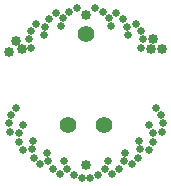
<source format=gbr>
G04 EAGLE Gerber RS-274X export*
G75*
%MOMM*%
%FSLAX34Y34*%
%LPD*%
%INSoldermask Bottom*%
%IPPOS*%
%AMOC8*
5,1,8,0,0,1.08239X$1,22.5*%
G01*
%ADD10C,1.401600*%
%ADD11C,0.851600*%
%ADD12C,0.635000*%


D10*
X-15000Y-27500D03*
X15000Y-27500D03*
X0Y50000D03*
D11*
X-59500Y44000D03*
X-65100Y34900D03*
X-54200Y37000D03*
X55000Y37000D03*
X0Y66000D03*
X0Y-61000D03*
X64000Y37000D03*
X57000Y46000D03*
D12*
X-19264Y63317D03*
X-14102Y68654D03*
X-21480Y56257D03*
X-7378Y71631D03*
X-34995Y56174D03*
X-31391Y62665D03*
X-35308Y48781D03*
X-25666Y67281D03*
X-48342Y45202D03*
X-46540Y52405D03*
X-46731Y37980D03*
X-42205Y58346D03*
X-63594Y-18329D03*
X-65259Y-25565D03*
X-58880Y-12625D03*
X-64093Y-32826D03*
X-56684Y-34164D03*
X-56419Y-41584D03*
X-53606Y-27434D03*
X-53413Y-48296D03*
X-45910Y-47671D03*
X-43733Y-54769D03*
X-44679Y-40374D03*
X-39093Y-60475D03*
X-32008Y-57929D03*
X-28068Y-64222D03*
X-32707Y-50562D03*
X-22109Y-68532D03*
X-15924Y-64239D03*
X-10490Y-69298D03*
X-18506Y-57304D03*
X-3619Y-71919D03*
X19264Y63317D03*
X14102Y68654D03*
X21480Y56257D03*
X7378Y71631D03*
X34995Y56174D03*
X31391Y62665D03*
X35308Y48781D03*
X25666Y67281D03*
X48342Y45202D03*
X46540Y52405D03*
X46731Y37980D03*
X42205Y58346D03*
X63594Y-18329D03*
X65259Y-25565D03*
X58880Y-12625D03*
X64093Y-32826D03*
X56684Y-34164D03*
X56419Y-41584D03*
X53606Y-27434D03*
X53413Y-48296D03*
X45910Y-47671D03*
X43733Y-54769D03*
X44679Y-40374D03*
X39093Y-60475D03*
X32008Y-57929D03*
X28068Y-64222D03*
X32707Y-50562D03*
X22109Y-68532D03*
X15924Y-64239D03*
X10490Y-69298D03*
X18506Y-57304D03*
X3619Y-71919D03*
M02*

</source>
